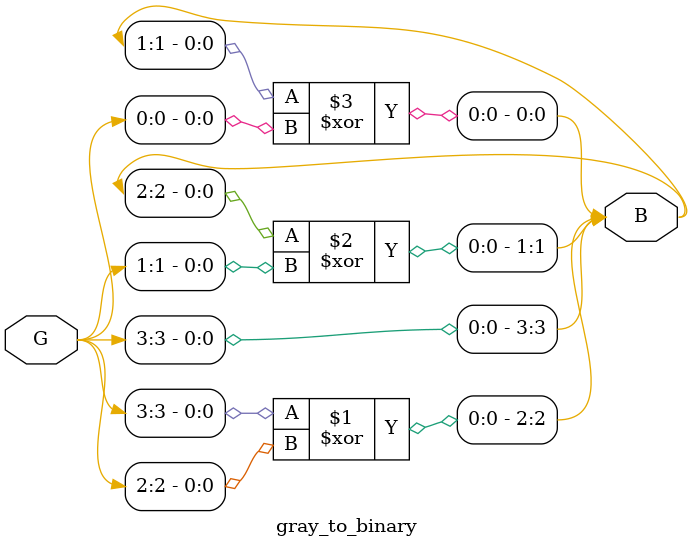
<source format=v>

module gray_to_binary(G,B);
      input [3:0] G;
      output [3:0] B;
      
      //Logic to convert the Gray code to Binary code
      assign B[3]=G[3];
      assign B[2]=B[3]^G[2];
      assign B[1]=B[2]^G[1];
      assign B[0]=B[1]^G[0];
      
endmodule
</source>
